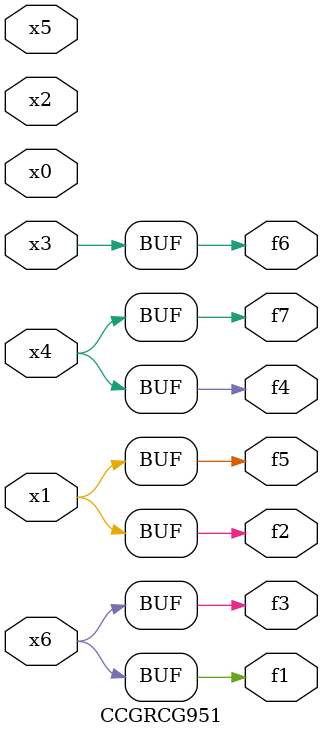
<source format=v>
module CCGRCG951(
	input x0, x1, x2, x3, x4, x5, x6,
	output f1, f2, f3, f4, f5, f6, f7
);
	assign f1 = x6;
	assign f2 = x1;
	assign f3 = x6;
	assign f4 = x4;
	assign f5 = x1;
	assign f6 = x3;
	assign f7 = x4;
endmodule

</source>
